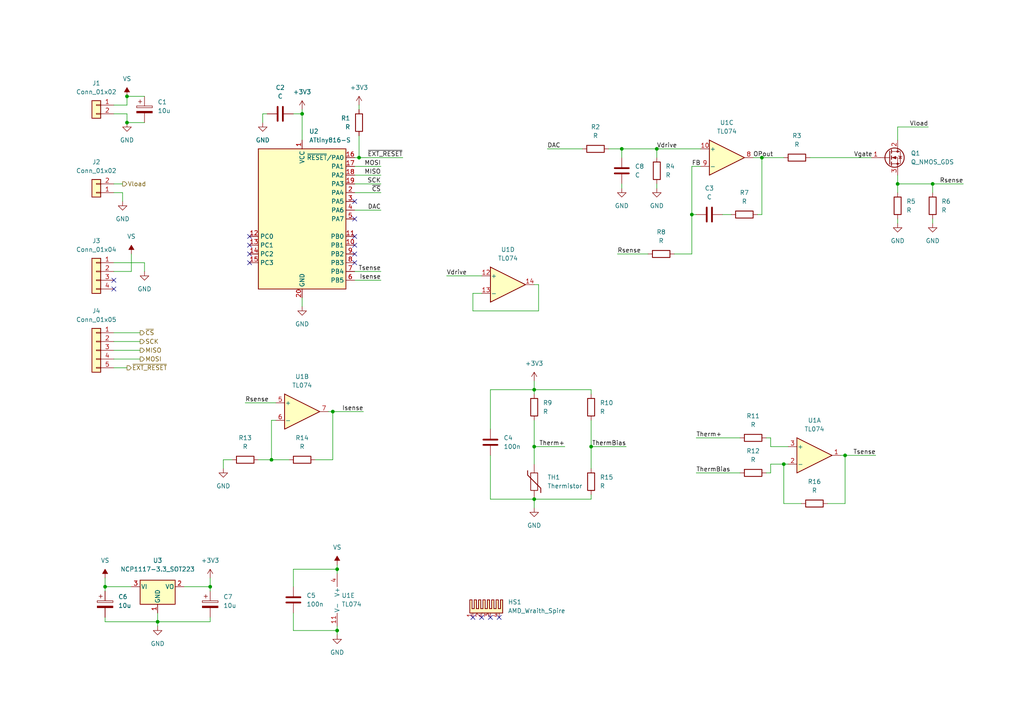
<source format=kicad_sch>
(kicad_sch (version 20211123) (generator eeschema)
  (paper "A4")
  (lib_symbols
    (symbol "AMD_Wraith_Spire:AMD_Wraith_Spire" (pin_names (offset 0))
      (property "Reference" "HS" (at 0 5.715 0))
      (property "Value" "AMD_Wraith_Spire" (at 0 3.81 0))
      (symbol "AMD_Wraith_Spire_0_1"
        (polyline (pts (xy -0.889 0) (xy -1.524 0) (xy -1.524 2.54) (xy -2.159 2.54) (xy -2.159 0) (xy -2.794 0) (xy -2.794 2.54) (xy -3.429 2.54) (xy -3.429 -1.27) (xy 0.381 -1.27)) (stroke (width 0.254)) (fill (type background)))
        (polyline (pts (xy -0.889 0) (xy -0.889 2.54) (xy -0.254 2.54) (xy -0.254 0) (xy 0.381 0) (xy 0.381 2.54) (xy 1.016 2.54) (xy 1.016 0) (xy 1.651 0) (xy 1.651 2.54) (xy 2.286 2.54) (xy 2.286 0) (xy 2.921 0) (xy 2.921 2.54) (xy 3.556 2.54) (xy 3.556 0) (xy 4.191 0) (xy 4.191 2.54) (xy 4.826 2.54) (xy 4.826 0) (xy 5.461 0) (xy 5.461 2.54) (xy 6.096 2.54) (xy 6.096 -1.27) (xy 0.381 -1.27)) (stroke (width 0.254)) (fill (type background)))
      )
      (symbol "AMD_Wraith_Spire_1_1"
        (pin passive line (at -2.54 -2.54 90) (length 1.27) (name "~") (number "1"))
        (pin passive line (at 0 -2.54 90) (length 1.27) (name "~") (number "2"))
        (pin passive line (at 2.54 -2.54 90) (length 1.27) (name "~") (number "3"))
        (pin passive line (at 5.08 -2.54 90) (length 1.27) (name "~") (number "4"))
      )
    )
    (symbol "Amplifier_Operational:TL074" (pin_names (offset 0.127))
      (property "Reference" "U" (at 0 5.08 0))
      (property "Value" "TL074" (at 0 -5.08 0))
      (symbol "TL074_1_1"
        (polyline (pts (xy -5.08 5.08) (xy 5.08 0) (xy -5.08 -5.08) (xy -5.08 5.08)) (stroke (width 0.254)) (fill (type background)))
        (pin output line (at 7.62 0 180) (length 2.54) (name "~") (number "1"))
        (pin input line (at -7.62 -2.54 0) (length 2.54) (name "-") (number "2"))
        (pin input line (at -7.62 2.54 0) (length 2.54) (name "+") (number "3"))
      )
      (symbol "TL074_2_1"
        (polyline (pts (xy -5.08 5.08) (xy 5.08 0) (xy -5.08 -5.08) (xy -5.08 5.08)) (stroke (width 0.254)) (fill (type background)))
        (pin input line (at -7.62 2.54 0) (length 2.54) (name "+") (number "5"))
        (pin input line (at -7.62 -2.54 0) (length 2.54) (name "-") (number "6"))
        (pin output line (at 7.62 0 180) (length 2.54) (name "~") (number "7"))
      )
      (symbol "TL074_3_1"
        (polyline (pts (xy -5.08 5.08) (xy 5.08 0) (xy -5.08 -5.08) (xy -5.08 5.08)) (stroke (width 0.254)) (fill (type background)))
        (pin input line (at -7.62 2.54 0) (length 2.54) (name "+") (number "10"))
        (pin output line (at 7.62 0 180) (length 2.54) (name "~") (number "8"))
        (pin input line (at -7.62 -2.54 0) (length 2.54) (name "-") (number "9"))
      )
      (symbol "TL074_4_1"
        (polyline (pts (xy -5.08 5.08) (xy 5.08 0) (xy -5.08 -5.08) (xy -5.08 5.08)) (stroke (width 0.254)) (fill (type background)))
        (pin input line (at -7.62 2.54 0) (length 2.54) (name "+") (number "12"))
        (pin input line (at -7.62 -2.54 0) (length 2.54) (name "-") (number "13"))
        (pin output line (at 7.62 0 180) (length 2.54) (name "~") (number "14"))
      )
      (symbol "TL074_5_1"
        (pin power_in line (at -2.54 -7.62 90) (length 3.81) (name "V-") (number "11"))
        (pin power_in line (at -2.54 7.62 270) (length 3.81) (name "V+") (number "4"))
      )
    )
    (symbol "Connector_Generic:Conn_01x02" (pin_names (offset 1.016) hide)
      (property "Reference" "J" (at 0 2.54 0))
      (property "Value" "Conn_01x02" (at 0 -5.08 0))
      (symbol "Conn_01x02_1_1"
        (rectangle (start -1.27 -2.413) (end 0 -2.667) (stroke (width 0.1524)))
        (rectangle (start -1.27 0.127) (end 0 -0.127) (stroke (width 0.1524)))
        (rectangle (start -1.27 1.27) (end 1.27 -3.81) (stroke (width 0.254)) (fill (type background)))
        (pin passive line (at -5.08 0 0) (length 3.81) (name "Pin_1") (number "1"))
        (pin passive line (at -5.08 -2.54 0) (length 3.81) (name "Pin_2") (number "2"))
      )
    )
    (symbol "Connector_Generic:Conn_01x04" (pin_names (offset 1.016) hide)
      (property "Reference" "J" (at 0 5.08 0))
      (property "Value" "Conn_01x04" (at 0 -7.62 0))
      (symbol "Conn_01x04_1_1"
        (rectangle (start -1.27 -4.953) (end 0 -5.207) (stroke (width 0.1524)))
        (rectangle (start -1.27 -2.413) (end 0 -2.667) (stroke (width 0.1524)))
        (rectangle (start -1.27 0.127) (end 0 -0.127) (stroke (width 0.1524)))
        (rectangle (start -1.27 2.667) (end 0 2.413) (stroke (width 0.1524)))
        (rectangle (start -1.27 3.81) (end 1.27 -6.35) (stroke (width 0.254)) (fill (type background)))
        (pin passive line (at -5.08 2.54 0) (length 3.81) (name "Pin_1") (number "1"))
        (pin passive line (at -5.08 0 0) (length 3.81) (name "Pin_2") (number "2"))
        (pin passive line (at -5.08 -2.54 0) (length 3.81) (name "Pin_3") (number "3"))
        (pin passive line (at -5.08 -5.08 0) (length 3.81) (name "Pin_4") (number "4"))
      )
    )
    (symbol "Connector_Generic:Conn_01x05" (pin_names (offset 1.016) hide)
      (property "Reference" "J" (at 0 7.62 0))
      (property "Value" "Conn_01x05" (at 0 -7.62 0))
      (symbol "Conn_01x05_1_1"
        (rectangle (start -1.27 -4.953) (end 0 -5.207) (stroke (width 0.1524)))
        (rectangle (start -1.27 -2.413) (end 0 -2.667) (stroke (width 0.1524)))
        (rectangle (start -1.27 0.127) (end 0 -0.127) (stroke (width 0.1524)))
        (rectangle (start -1.27 2.667) (end 0 2.413) (stroke (width 0.1524)))
        (rectangle (start -1.27 5.207) (end 0 4.953) (stroke (width 0.1524)))
        (rectangle (start -1.27 6.35) (end 1.27 -6.35) (stroke (width 0.254)) (fill (type background)))
        (pin passive line (at -5.08 5.08 0) (length 3.81) (name "Pin_1") (number "1"))
        (pin passive line (at -5.08 2.54 0) (length 3.81) (name "Pin_2") (number "2"))
        (pin passive line (at -5.08 0 0) (length 3.81) (name "Pin_3") (number "3"))
        (pin passive line (at -5.08 -2.54 0) (length 3.81) (name "Pin_4") (number "4"))
        (pin passive line (at -5.08 -5.08 0) (length 3.81) (name "Pin_5") (number "5"))
      )
    )
    (symbol "Device:C" (pin_numbers hide) (pin_names (offset 0.254))
      (property "Reference" "C" (at 0.635 2.54 0))
      (property "Value" "C" (at 0.635 -2.54 0))
      (symbol "C_0_1"
        (polyline (pts (xy -2.032 -0.762) (xy 2.032 -0.762)) (stroke (width 0.508)))
        (polyline (pts (xy -2.032 0.762) (xy 2.032 0.762)) (stroke (width 0.508)))
      )
      (symbol "C_1_1"
        (pin passive line (at 0 3.81 270) (length 2.794) (name "~") (number "1"))
        (pin passive line (at 0 -3.81 90) (length 2.794) (name "~") (number "2"))
      )
    )
    (symbol "Device:C_Polarized" (pin_numbers hide) (pin_names (offset 0.254))
      (property "Reference" "C" (at 0.635 2.54 0))
      (property "Value" "C_Polarized" (at 0.635 -2.54 0))
      (symbol "C_Polarized_0_1"
        (rectangle (start -2.286 0.508) (end 2.286 1.016))
        (polyline (pts (xy -1.778 2.286) (xy -0.762 2.286)))
        (polyline (pts (xy -1.27 2.794) (xy -1.27 1.778)))
        (rectangle (start 2.286 -0.508) (end -2.286 -1.016) (fill (type outline)))
      )
      (symbol "C_Polarized_1_1"
        (pin passive line (at 0 3.81 270) (length 2.794) (name "~") (number "1"))
        (pin passive line (at 0 -3.81 90) (length 2.794) (name "~") (number "2"))
      )
    )
    (symbol "Device:Q_NMOS_GDS" (pin_names (offset 0) hide)
      (property "Reference" "Q" (at 5.08 1.27 0))
      (property "Value" "Q_NMOS_GDS" (at 5.08 -1.27 0))
      (symbol "Q_NMOS_GDS_0_1"
        (polyline (pts (xy 0.254 0) (xy -2.54 0)))
        (polyline (pts (xy 0.254 1.905) (xy 0.254 -1.905)) (stroke (width 0.254)))
        (polyline (pts (xy 0.762 -1.27) (xy 0.762 -2.286)) (stroke (width 0.254)))
        (polyline (pts (xy 0.762 0.508) (xy 0.762 -0.508)) (stroke (width 0.254)))
        (polyline (pts (xy 0.762 2.286) (xy 0.762 1.27)) (stroke (width 0.254)))
        (polyline (pts (xy 2.54 2.54) (xy 2.54 1.778)))
        (polyline (pts (xy 2.54 -2.54) (xy 2.54 0) (xy 0.762 0)))
        (polyline (pts (xy 0.762 -1.778) (xy 3.302 -1.778) (xy 3.302 1.778) (xy 0.762 1.778)))
        (polyline (pts (xy 1.016 0) (xy 2.032 0.381) (xy 2.032 -0.381) (xy 1.016 0)) (fill (type outline)))
        (polyline (pts (xy 2.794 0.508) (xy 2.921 0.381) (xy 3.683 0.381) (xy 3.81 0.254)))
        (polyline (pts (xy 3.302 0.381) (xy 2.921 -0.254) (xy 3.683 -0.254) (xy 3.302 0.381)))
        (circle (center 1.651 0) (radius 2.794) (stroke (width 0.254)))
        (circle (center 2.54 -1.778) (radius 0.254) (fill (type outline)))
        (circle (center 2.54 1.778) (radius 0.254) (fill (type outline)))
      )
      (symbol "Q_NMOS_GDS_1_1"
        (pin input line (at -5.08 0 0) (length 2.54) (name "G") (number "1"))
        (pin passive line (at 2.54 5.08 270) (length 2.54) (name "D") (number "2"))
        (pin passive line (at 2.54 -5.08 90) (length 2.54) (name "S") (number "3"))
      )
    )
    (symbol "Device:R" (pin_numbers hide) (pin_names (offset 0))
      (property "Reference" "R" (at 2.032 0 90))
      (property "Value" "R" (at 0 0 90))
      (symbol "R_0_1"
        (rectangle (start -1.016 -2.54) (end 1.016 2.54) (stroke (width 0.254)))
      )
      (symbol "R_1_1"
        (pin passive line (at 0 3.81 270) (length 1.27) (name "~") (number "1"))
        (pin passive line (at 0 -3.81 90) (length 1.27) (name "~") (number "2"))
      )
    )
    (symbol "Device:Thermistor" (pin_numbers hide) (pin_names (offset 0))
      (property "Reference" "TH" (at 2.54 1.27 90))
      (property "Value" "Thermistor" (at -2.54 0 90))
      (symbol "Thermistor_0_1"
        (rectangle (start -1.016 2.54) (end 1.016 -2.54) (stroke (width 0.2032)))
        (polyline (pts (xy -1.905 3.175) (xy -1.905 1.905) (xy 1.905 -1.905) (xy 1.905 -3.175) (xy 1.905 -3.175)) (stroke (width 0.254)))
      )
      (symbol "Thermistor_1_1"
        (pin passive line (at 0 5.08 270) (length 2.54) (name "~") (number "1"))
        (pin passive line (at 0 -5.08 90) (length 2.54) (name "~") (number "2"))
      )
    )
    (symbol "MCU_Microchip_ATtiny:ATtiny816-S"
      (property "Reference" "U" (at -12.7 21.59 0))
      (property "Value" "ATtiny816-S" (at 2.54 -21.59 0))
      (symbol "ATtiny816-S_0_1"
        (rectangle (start -12.7 -20.32) (end 12.7 20.32) (stroke (width 0.254)) (fill (type background)))
      )
      (symbol "ATtiny816-S_1_1"
        (pin power_in line (at 0 22.86 270) (length 2.54) (name "VCC") (number "1"))
        (pin bidirectional line (at 15.24 -7.62 180) (length 2.54) (name "PB1") (number "10"))
        (pin bidirectional line (at 15.24 -5.08 180) (length 2.54) (name "PB0") (number "11"))
        (pin bidirectional line (at -15.24 -5.08 0) (length 2.54) (name "PC0") (number "12"))
        (pin bidirectional line (at -15.24 -7.62 0) (length 2.54) (name "PC1") (number "13"))
        (pin bidirectional line (at -15.24 -10.16 0) (length 2.54) (name "PC2") (number "14"))
        (pin bidirectional line (at -15.24 -12.7 0) (length 2.54) (name "PC3") (number "15"))
        (pin bidirectional line (at 15.24 17.78 180) (length 2.54) (name "~{RESET}/PA0") (number "16"))
        (pin bidirectional line (at 15.24 15.24 180) (length 2.54) (name "PA1") (number "17"))
        (pin bidirectional line (at 15.24 12.7 180) (length 2.54) (name "PA2") (number "18"))
        (pin bidirectional line (at 15.24 10.16 180) (length 2.54) (name "PA3") (number "19"))
        (pin bidirectional line (at 15.24 7.62 180) (length 2.54) (name "PA4") (number "2"))
        (pin power_in line (at 0 -22.86 90) (length 2.54) (name "GND") (number "20"))
        (pin bidirectional line (at 15.24 5.08 180) (length 2.54) (name "PA5") (number "3"))
        (pin bidirectional line (at 15.24 2.54 180) (length 2.54) (name "PA6") (number "4"))
        (pin bidirectional line (at 15.24 0 180) (length 2.54) (name "PA7") (number "5"))
        (pin bidirectional line (at 15.24 -17.78 180) (length 2.54) (name "PB5") (number "6"))
        (pin bidirectional line (at 15.24 -15.24 180) (length 2.54) (name "PB4") (number "7"))
        (pin bidirectional line (at 15.24 -12.7 180) (length 2.54) (name "PB3") (number "8"))
        (pin bidirectional line (at 15.24 -10.16 180) (length 2.54) (name "PB2") (number "9"))
      )
    )
    (symbol "Regulator_Linear:NCP1117-3.3_SOT223" (pin_names (offset 0.254))
      (property "Reference" "U" (at -3.81 3.175 0))
      (property "Value" "NCP1117-3.3_SOT223" (at 0 3.175 0))
      (symbol "NCP1117-3.3_SOT223_0_1"
        (rectangle (start -5.08 -5.08) (end 5.08 1.905) (stroke (width 0.254)) (fill (type background)))
      )
      (symbol "NCP1117-3.3_SOT223_1_1"
        (pin power_in line (at 0 -7.62 90) (length 2.54) (name "GND") (number "1"))
        (pin power_out line (at 7.62 0 180) (length 2.54) (name "VO") (number "2"))
        (pin power_in line (at -7.62 0 0) (length 2.54) (name "VI") (number "3"))
      )
    )
    (symbol "power:+3V3" (power) (pin_names (offset 0))
      (property "Value" "+3V3" (at 0 3.556 0))
      (symbol "+3V3_0_1"
        (polyline (pts (xy -0.762 1.27) (xy 0 2.54)))
        (polyline (pts (xy 0 0) (xy 0 2.54)))
        (polyline (pts (xy 0 2.54) (xy 0.762 1.27)))
      )
      (symbol "+3V3_1_1"
        (pin power_in line (at 0 0 90) (length 0) hide (name "+3V3") (number "1"))
      )
    )
    (symbol "power:GND" (power) (pin_names (offset 0))
      (property "Value" "GND" (at 0 -3.81 0))
      (symbol "GND_0_1"
        (polyline (pts (xy 0 0) (xy 0 -1.27) (xy 1.27 -1.27) (xy 0 -2.54) (xy -1.27 -1.27) (xy 0 -1.27)))
      )
      (symbol "GND_1_1"
        (pin power_in line (at 0 0 270) (length 0) hide (name "GND") (number "1"))
      )
    )
    (symbol "power:VS" (power) (pin_names (offset 0))
      (property "Value" "VS" (at 0 3.81 0))
      (symbol "VS_0_1"
        (polyline (pts (xy 0 0) (xy 0 2.54)))
        (polyline (pts (xy 0.762 1.27) (xy -0.762 1.27) (xy 0 2.54) (xy 0.762 1.27)) (fill (type outline)))
      )
      (symbol "VS_1_1"
        (pin power_in line (at 0 0 90) (length 0) hide (name "VS") (number "1"))
      )
    )
  )
  (junction (at 36.83 35.56))
  (junction (at 104.14 45.72))
  (junction (at 45.72 180.34))
  (junction (at 190.5 43.18))
  (junction (at 270.51 53.34))
  (junction (at 36.83 27.94))
  (junction (at 180.34 43.18))
  (junction (at 154.94 113.03))
  (junction (at 154.94 129.54))
  (junction (at 97.79 165.1))
  (junction (at 245.11 132.08))
  (junction (at 97.79 182.88))
  (junction (at 96.52 119.38))
  (junction (at 154.94 144.78))
  (junction (at 87.63 33.02))
  (junction (at 220.98 45.72))
  (junction (at 171.45 129.54))
  (junction (at 60.96 170.18))
  (junction (at 260.35 53.34))
  (junction (at 78.74 133.35))
  (junction (at 227.33 134.62))
  (junction (at 200.66 62.23))
  (junction (at 30.48 170.18))
  (no_connect (at 33.02 81.28))
  (no_connect (at 33.02 83.82))
  (no_connect (at 102.87 76.2))
  (no_connect (at 102.87 73.66))
  (no_connect (at 102.87 68.58))
  (no_connect (at 102.87 71.12))
  (no_connect (at 102.87 63.5))
  (no_connect (at 72.39 71.12))
  (no_connect (at 72.39 76.2))
  (no_connect (at 72.39 73.66))
  (no_connect (at 72.39 68.58))
  (no_connect (at 102.87 58.42))
  (no_connect (at 144.78 179.07))
  (no_connect (at 142.24 179.07))
  (no_connect (at 139.7 179.07))
  (no_connect (at 137.16 179.07))
  (wire (pts (xy 260.35 63.5) (xy 260.35 64.77)))
  (wire (pts (xy 36.83 27.94) (xy 41.91 27.94)))
  (wire (pts (xy 154.94 129.54) (xy 163.83 129.54)))
  (wire (pts (xy 30.48 180.34) (xy 45.72 180.34)))
  (wire (pts (xy 245.11 146.05) (xy 245.11 132.08)))
  (wire (pts (xy 260.35 53.34) (xy 270.51 53.34)))
  (wire (pts (xy 104.14 45.72) (xy 102.87 45.72)))
  (wire (pts (xy 96.52 119.38) (xy 95.25 119.38)))
  (wire (pts (xy 97.79 165.1) (xy 97.79 166.37)))
  (wire (pts (xy 223.52 129.54) (xy 228.6 129.54)))
  (wire (pts (xy 97.79 182.88) (xy 97.79 184.15)))
  (wire (pts (xy 45.72 177.8) (xy 45.72 180.34)))
  (wire (pts (xy 260.35 36.83) (xy 269.24 36.83)))
  (wire (pts (xy 219.71 62.23) (xy 220.98 62.23)))
  (wire (pts (xy 220.98 62.23) (xy 220.98 45.72)))
  (wire (pts (xy 270.51 55.88) (xy 270.51 53.34)))
  (wire (pts (xy 74.93 133.35) (xy 78.74 133.35)))
  (wire (pts (xy 87.63 31.75) (xy 87.63 33.02)))
  (wire (pts (xy 110.49 81.28) (xy 102.87 81.28)))
  (wire (pts (xy 85.09 170.18) (xy 85.09 165.1)))
  (wire (pts (xy 110.49 60.96) (xy 102.87 60.96)))
  (wire (pts (xy 218.44 45.72) (xy 220.98 45.72)))
  (wire (pts (xy 240.03 146.05) (xy 245.11 146.05)))
  (wire (pts (xy 142.24 132.08) (xy 142.24 144.78)))
  (wire (pts (xy 85.09 165.1) (xy 97.79 165.1)))
  (wire (pts (xy 227.33 146.05) (xy 227.33 134.62)))
  (wire (pts (xy 76.2 33.02) (xy 76.2 35.56)))
  (wire (pts (xy 142.24 144.78) (xy 154.94 144.78)))
  (wire (pts (xy 110.49 50.8) (xy 102.87 50.8)))
  (wire (pts (xy 33.02 106.68) (xy 36.83 106.68)))
  (wire (pts (xy 40.64 101.6) (xy 33.02 101.6)))
  (wire (pts (xy 260.35 50.8) (xy 260.35 53.34)))
  (wire (pts (xy 38.1 78.74) (xy 38.1 73.66)))
  (wire (pts (xy 36.83 30.48) (xy 36.83 27.94)))
  (wire (pts (xy 64.77 135.89) (xy 64.77 133.35)))
  (wire (pts (xy 245.11 132.08) (xy 243.84 132.08)))
  (wire (pts (xy 260.35 53.34) (xy 260.35 55.88)))
  (wire (pts (xy 41.91 76.2) (xy 33.02 76.2)))
  (wire (pts (xy 60.96 171.45) (xy 60.96 170.18)))
  (wire (pts (xy 60.96 167.64) (xy 60.96 170.18)))
  (wire (pts (xy 78.74 133.35) (xy 83.82 133.35)))
  (wire (pts (xy 223.52 134.62) (xy 227.33 134.62)))
  (wire (pts (xy 171.45 121.92) (xy 171.45 129.54)))
  (wire (pts (xy 41.91 78.74) (xy 41.91 76.2)))
  (wire (pts (xy 137.16 85.09) (xy 139.7 85.09)))
  (wire (pts (xy 71.12 116.84) (xy 80.01 116.84)))
  (wire (pts (xy 60.96 170.18) (xy 53.34 170.18)))
  (wire (pts (xy 158.75 43.18) (xy 168.91 43.18)))
  (wire (pts (xy 110.49 55.88) (xy 102.87 55.88)))
  (wire (pts (xy 171.45 114.3) (xy 171.45 113.03)))
  (wire (pts (xy 200.66 73.66) (xy 200.66 62.23)))
  (wire (pts (xy 40.64 104.14) (xy 33.02 104.14)))
  (wire (pts (xy 270.51 53.34) (xy 279.4 53.34)))
  (wire (pts (xy 200.66 48.26) (xy 203.2 48.26)))
  (wire (pts (xy 33.02 96.52) (xy 40.64 96.52)))
  (wire (pts (xy 232.41 146.05) (xy 227.33 146.05)))
  (wire (pts (xy 201.93 62.23) (xy 200.66 62.23)))
  (wire (pts (xy 97.79 182.88) (xy 85.09 182.88)))
  (wire (pts (xy 154.94 110.49) (xy 154.94 113.03)))
  (wire (pts (xy 78.74 121.92) (xy 78.74 133.35)))
  (wire (pts (xy 60.96 180.34) (xy 45.72 180.34)))
  (wire (pts (xy 110.49 78.74) (xy 102.87 78.74)))
  (wire (pts (xy 154.94 121.92) (xy 154.94 129.54)))
  (wire (pts (xy 80.01 121.92) (xy 78.74 121.92)))
  (wire (pts (xy 154.94 144.78) (xy 171.45 144.78)))
  (wire (pts (xy 156.21 90.17) (xy 137.16 90.17)))
  (wire (pts (xy 87.63 88.9) (xy 87.63 86.36)))
  (wire (pts (xy 245.11 132.08) (xy 254 132.08)))
  (wire (pts (xy 190.5 43.18) (xy 203.2 43.18)))
  (wire (pts (xy 190.5 43.18) (xy 190.5 45.72)))
  (wire (pts (xy 154.94 144.78) (xy 154.94 147.32)))
  (wire (pts (xy 35.56 55.88) (xy 35.56 58.42)))
  (wire (pts (xy 45.72 180.34) (xy 45.72 181.61)))
  (wire (pts (xy 220.98 45.72) (xy 227.33 45.72)))
  (wire (pts (xy 260.35 40.64) (xy 260.35 36.83)))
  (wire (pts (xy 222.25 127) (xy 223.52 127)))
  (wire (pts (xy 195.58 73.66) (xy 200.66 73.66)))
  (wire (pts (xy 33.02 33.02) (xy 36.83 33.02)))
  (wire (pts (xy 180.34 43.18) (xy 190.5 43.18)))
  (wire (pts (xy 60.96 179.07) (xy 60.96 180.34)))
  (wire (pts (xy 223.52 137.16) (xy 223.52 134.62)))
  (wire (pts (xy 30.48 170.18) (xy 38.1 170.18)))
  (wire (pts (xy 154.94 113.03) (xy 142.24 113.03)))
  (wire (pts (xy 176.53 43.18) (xy 180.34 43.18)))
  (wire (pts (xy 104.14 30.48) (xy 104.14 31.75)))
  (wire (pts (xy 97.79 181.61) (xy 97.79 182.88)))
  (wire (pts (xy 33.02 53.34) (xy 35.56 53.34)))
  (wire (pts (xy 201.93 137.16) (xy 214.63 137.16)))
  (wire (pts (xy 171.45 144.78) (xy 171.45 143.51)))
  (wire (pts (xy 129.54 80.01) (xy 139.7 80.01)))
  (wire (pts (xy 64.77 133.35) (xy 67.31 133.35)))
  (wire (pts (xy 154.94 129.54) (xy 154.94 134.62)))
  (wire (pts (xy 30.48 170.18) (xy 30.48 171.45)))
  (wire (pts (xy 36.83 33.02) (xy 36.83 35.56)))
  (wire (pts (xy 156.21 82.55) (xy 156.21 90.17)))
  (wire (pts (xy 137.16 90.17) (xy 137.16 85.09)))
  (wire (pts (xy 33.02 30.48) (xy 36.83 30.48)))
  (wire (pts (xy 223.52 127) (xy 223.52 129.54)))
  (wire (pts (xy 97.79 165.1) (xy 97.79 163.83)))
  (wire (pts (xy 96.52 133.35) (xy 96.52 119.38)))
  (wire (pts (xy 171.45 113.03) (xy 154.94 113.03)))
  (wire (pts (xy 87.63 33.02) (xy 87.63 40.64)))
  (wire (pts (xy 85.09 33.02) (xy 87.63 33.02)))
  (wire (pts (xy 270.51 63.5) (xy 270.51 64.77)))
  (wire (pts (xy 222.25 137.16) (xy 223.52 137.16)))
  (wire (pts (xy 209.55 62.23) (xy 212.09 62.23)))
  (wire (pts (xy 110.49 53.34) (xy 102.87 53.34)))
  (wire (pts (xy 85.09 182.88) (xy 85.09 177.8)))
  (wire (pts (xy 104.14 39.37) (xy 104.14 45.72)))
  (wire (pts (xy 33.02 78.74) (xy 38.1 78.74)))
  (wire (pts (xy 180.34 53.34) (xy 180.34 54.61)))
  (wire (pts (xy 234.95 45.72) (xy 252.73 45.72)))
  (wire (pts (xy 33.02 55.88) (xy 35.56 55.88)))
  (wire (pts (xy 30.48 180.34) (xy 30.48 179.07)))
  (wire (pts (xy 200.66 62.23) (xy 200.66 48.26)))
  (wire (pts (xy 187.96 73.66) (xy 179.07 73.66)))
  (wire (pts (xy 201.93 127) (xy 214.63 127)))
  (wire (pts (xy 96.52 119.38) (xy 105.41 119.38)))
  (wire (pts (xy 181.61 129.54) (xy 171.45 129.54)))
  (wire (pts (xy 76.2 33.02) (xy 77.47 33.02)))
  (wire (pts (xy 227.33 134.62) (xy 228.6 134.62)))
  (wire (pts (xy 116.84 45.72) (xy 104.14 45.72)))
  (wire (pts (xy 110.49 48.26) (xy 102.87 48.26)))
  (wire (pts (xy 142.24 113.03) (xy 142.24 124.46)))
  (wire (pts (xy 33.02 99.06) (xy 40.64 99.06)))
  (wire (pts (xy 91.44 133.35) (xy 96.52 133.35)))
  (wire (pts (xy 190.5 53.34) (xy 190.5 54.61)))
  (wire (pts (xy 36.83 35.56) (xy 41.91 35.56)))
  (wire (pts (xy 30.48 167.64) (xy 30.48 170.18)))
  (wire (pts (xy 154.94 113.03) (xy 154.94 114.3)))
  (wire (pts (xy 171.45 129.54) (xy 171.45 135.89)))
  (wire (pts (xy 180.34 43.18) (xy 180.34 45.72)))
  (wire (pts (xy 154.94 82.55) (xy 156.21 82.55)))
  (label "MISO" (at 110.49 50.8 180))
  (label "ThermBias" (at 181.61 129.54 180))
  (label "Therm+" (at 201.93 127 0))
  (label "Therm+" (at 163.83 129.54 180))
  (label "Isense" (at 105.41 119.38 180))
  (label "Rsense" (at 71.12 116.84 0))
  (label "DAC" (at 158.75 43.18 0))
  (label "OPout" (at 218.44 45.72 0))
  (label "~{CS}" (at 110.49 55.88 180))
  (label "DAC" (at 110.49 60.96 180))
  (label "Vgate" (at 247.65 45.72 0))
  (label "Rsense" (at 279.4 53.34 180))
  (label "FB" (at 200.66 48.26 0))
  (label "SCK" (at 110.49 53.34 180))
  (label "Vload" (at 269.24 36.83 180))
  (label "Tsense" (at 254 132.08 180))
  (label "Tsense" (at 110.49 78.74 180))
  (label "Isense" (at 110.49 81.28 180))
  (label "Vdrive" (at 129.54 80.01 0))
  (label "MOSI" (at 110.49 48.26 180))
  (label "~{EXT_RESET}" (at 116.84 45.72 180))
  (label "Rsense" (at 179.07 73.66 0))
  (label "Vdrive" (at 190.5 43.18 0))
  (label "ThermBias" (at 201.93 137.16 0))
  (hierarchical_label "MOSI" (shape output) (at 40.64 104.14 0))
  (hierarchical_label "MISO" (shape output) (at 40.64 101.6 0))
  (hierarchical_label "~{CS}" (shape output) (at 40.64 96.52 0))
  (hierarchical_label "~{EXT_RESET}" (shape output) (at 36.83 106.68 0))
  (hierarchical_label "SCK" (shape output) (at 40.64 99.06 0))
  (hierarchical_label "Vload" (shape output) (at 35.56 53.34 0))
  (symbol (lib_id "Amplifier_Operational:TL074") (at 87.63 119.38 0) (unit 2)
    (property "Reference" "U1" (at 87.63 109.22 0))
    (property "Value" "TL074" (at 87.63 111.76 0))
    (property "Footprint" "Package_SO:SOIC-14_3.9x8.7mm_P1.27mm" (effects hide))
    (property "Datasheet" "http://www.ti.com/lit/ds/symlink/tl071.pdf" (effects hide))
  )
  (symbol (lib_id "Device:R") (at 171.45 118.11 0) (unit 1)
    (property "Reference" "R10" (at 173.99 116.8399 0) (effects (justify left)))
    (property "Value" "R" (at 173.99 119.3799 0) (effects (justify left)))
    (property "Footprint" "Resistor_SMD:R_0805_2012Metric_Pad1.20x1.40mm_HandSolder" (effects hide))
  )
  (symbol (lib_id "power:GND") (at 76.2 35.56 0) (unit 1)
    (property "Reference" "#PWR05" (effects hide))
    (property "Value" "GND" (at 76.2 40.64 0))
  )
  (symbol (lib_id "power:VS") (at 97.79 163.83 0) (unit 1)
    (property "Reference" "#PWR016" (effects hide))
    (property "Value" "VS" (at 97.79 158.75 0))
  )
  (symbol (lib_id "Device:R") (at 87.63 133.35 90) (unit 1)
    (property "Reference" "R14" (at 87.63 127 90))
    (property "Value" "R" (at 87.63 129.54 90))
    (property "Footprint" "Resistor_SMD:R_0805_2012Metric_Pad1.20x1.40mm_HandSolder" (effects hide))
  )
  (symbol (lib_id "Connector_Generic:Conn_01x05") (at 27.94 101.6 0) (mirror y) (unit 1)
    (property "Reference" "J4" (at 27.94 90.17 0))
    (property "Value" "Conn_01x05" (at 27.94 92.71 0))
    (property "Footprint" "Connector_PinHeader_2.54mm:PinHeader_1x05_P2.54mm_Horizontal" (effects hide))
  )
  (symbol (lib_id "Connector_Generic:Conn_01x02") (at 27.94 30.48 0) (mirror y) (unit 1)
    (property "Reference" "J1" (at 27.94 24.13 0))
    (property "Value" "Conn_01x02" (at 27.94 26.67 0))
    (property "Footprint" "Connector_PinSocket_2.54mm:PinSocket_1x02_P2.54mm_Vertical" (effects hide))
  )
  (symbol (lib_id "Device:R") (at 71.12 133.35 90) (unit 1)
    (property "Reference" "R13" (at 71.12 127 90))
    (property "Value" "R" (at 71.12 129.54 90))
    (property "Footprint" "Resistor_SMD:R_0805_2012Metric_Pad1.20x1.40mm_HandSolder" (effects hide))
  )
  (symbol (lib_id "Device:C_Polarized") (at 30.48 175.26 0) (unit 1)
    (property "Reference" "C6" (at 34.29 173.1009 0) (effects (justify left)))
    (property "Value" "10u" (at 34.29 175.6409 0) (effects (justify left)))
    (property "Footprint" "Capacitor_Tantalum_SMD:CP_EIA-3216-10_Kemet-I_Pad1.58x1.35mm_HandSolder" (effects hide))
  )
  (symbol (lib_id "Device:R") (at 215.9 62.23 90) (unit 1)
    (property "Reference" "R7" (at 215.9 55.88 90))
    (property "Value" "R" (at 215.9 58.42 90))
    (property "Footprint" "Resistor_SMD:R_0805_2012Metric_Pad1.20x1.40mm_HandSolder" (effects hide))
  )
  (symbol (lib_id "power:GND") (at 190.5 54.61 0) (unit 1)
    (property "Reference" "#PWR06" (effects hide))
    (property "Value" "GND" (at 190.5 59.69 0))
  )
  (symbol (lib_id "Device:Thermistor") (at 154.94 139.7 180) (unit 1)
    (property "Reference" "TH1" (at 158.75 138.4299 0) (effects (justify right)))
    (property "Value" "Thermistor" (at 158.75 140.9699 0) (effects (justify right)))
    (property "Footprint" "Connector_PinHeader_2.54mm:PinHeader_1x02_P2.54mm_Horizontal" (effects hide))
  )
  (symbol (lib_id "power:+3V3") (at 87.63 31.75 0) (unit 1)
    (property "Reference" "#PWR03" (effects hide))
    (property "Value" "+3V3" (at 87.63 26.67 0))
  )
  (symbol (lib_id "MCU_Microchip_ATtiny:ATtiny816-S") (at 87.63 63.5 0) (unit 1)
    (property "Reference" "U2" (at 89.6494 38.1 0) (effects (justify left)))
    (property "Value" "ATtiny816-S" (at 89.6494 40.64 0) (effects (justify left)))
    (property "Footprint" "Package_SO:SOIC-20W_7.5x12.8mm_P1.27mm" (effects hide))
    (property "Datasheet" "http://ww1.microchip.com/downloads/en/DeviceDoc/40001913A.pdf" (effects hide))
  )
  (symbol (lib_id "Device:C_Polarized") (at 60.96 175.26 0) (unit 1)
    (property "Reference" "C7" (at 64.77 173.1009 0) (effects (justify left)))
    (property "Value" "10u" (at 64.77 175.6409 0) (effects (justify left)))
    (property "Footprint" "Capacitor_Tantalum_SMD:CP_EIA-3216-10_Kemet-I_Pad1.58x1.35mm_HandSolder" (effects hide))
  )
  (symbol (lib_id "power:GND") (at 260.35 64.77 0) (unit 1)
    (property "Reference" "#PWR08" (effects hide))
    (property "Value" "GND" (at 260.35 69.85 0))
  )
  (symbol (lib_id "power:GND") (at 97.79 184.15 0) (unit 1)
    (property "Reference" "#PWR020" (effects hide))
    (property "Value" "GND" (at 97.79 189.23 0))
  )
  (symbol (lib_id "Device:R") (at 270.51 59.69 0) (unit 1)
    (property "Reference" "R6" (at 273.05 58.4199 0) (effects (justify left)))
    (property "Value" "R" (at 273.05 60.9599 0) (effects (justify left)))
    (property "Footprint" "Resistor_SMD:R_2512_6332Metric_Pad1.40x3.35mm_HandSolder" (effects hide))
  )
  (symbol (lib_id "Device:C_Polarized") (at 41.91 31.75 0) (unit 1)
    (property "Reference" "C1" (at 45.72 29.5909 0) (effects (justify left)))
    (property "Value" "10u" (at 45.72 32.1309 0) (effects (justify left)))
    (property "Footprint" "Capacitor_Tantalum_SMD:CP_EIA-3216-10_Kemet-I_Pad1.58x1.35mm_HandSolder" (effects hide))
  )
  (symbol (lib_id "Regulator_Linear:NCP1117-3.3_SOT223") (at 45.72 170.18 0) (unit 1)
    (property "Reference" "U3" (at 45.72 162.56 0))
    (property "Value" "NCP1117-3.3_SOT223" (at 45.72 165.1 0))
    (property "Footprint" "Package_TO_SOT_SMD:SOT-223-3_TabPin2" (effects hide))
    (property "Datasheet" "http://www.onsemi.com/pub_link/Collateral/NCP1117-D.PDF" (effects hide))
  )
  (symbol (lib_id "Connector_Generic:Conn_01x04") (at 27.94 78.74 0) (mirror y) (unit 1)
    (property "Reference" "J3" (at 27.94 69.85 0))
    (property "Value" "Conn_01x04" (at 27.94 72.39 0))
    (property "Footprint" "Connector_PinSocket_2.54mm:PinSocket_1x04_P2.54mm_Vertical" (effects hide))
  )
  (symbol (lib_id "power:GND") (at 154.94 147.32 0) (unit 1)
    (property "Reference" "#PWR015" (effects hide))
    (property "Value" "GND" (at 154.94 152.4 0))
  )
  (symbol (lib_id "Device:C") (at 180.34 49.53 180) (unit 1)
    (property "Reference" "C8" (at 184.15 48.2599 0) (effects (justify right)))
    (property "Value" "C" (at 184.15 50.7999 0) (effects (justify right)))
    (property "Footprint" "Capacitor_SMD:C_0805_2012Metric_Pad1.18x1.45mm_HandSolder" (effects hide))
  )
  (symbol (lib_id "power:GND") (at 35.56 58.42 0) (unit 1)
    (property "Reference" "#PWR07" (effects hide))
    (property "Value" "GND" (at 35.56 63.5 0))
  )
  (symbol (lib_id "power:GND") (at 64.77 135.89 0) (unit 1)
    (property "Reference" "#PWR014" (effects hide))
    (property "Value" "GND" (at 64.77 140.97 0))
  )
  (symbol (lib_id "power:VS") (at 30.48 167.64 0) (unit 1)
    (property "Reference" "#PWR017" (effects hide))
    (property "Value" "VS" (at 30.48 162.56 0))
  )
  (symbol (lib_id "Device:R") (at 104.14 35.56 0) (mirror y) (unit 1)
    (property "Reference" "R1" (at 101.6 34.2899 0) (effects (justify left)))
    (property "Value" "R" (at 101.6 36.8299 0) (effects (justify left)))
    (property "Footprint" "Resistor_SMD:R_0805_2012Metric_Pad1.20x1.40mm_HandSolder" (effects hide))
  )
  (symbol (lib_id "Device:R") (at 260.35 59.69 0) (unit 1)
    (property "Reference" "R5" (at 262.89 58.4199 0) (effects (justify left)))
    (property "Value" "R" (at 262.89 60.9599 0) (effects (justify left)))
    (property "Footprint" "Resistor_SMD:R_2512_6332Metric_Pad1.40x3.35mm_HandSolder" (effects hide))
  )
  (symbol (lib_id "Device:Q_NMOS_GDS") (at 257.81 45.72 0) (unit 1)
    (property "Reference" "Q1" (at 264.16 44.4499 0) (effects (justify left)))
    (property "Value" "Q_NMOS_GDS" (at 264.16 46.9899 0) (effects (justify left)))
    (property "Footprint" "Package_TO_SOT_SMD:TO-268-2" (effects hide))
  )
  (symbol (lib_id "Amplifier_Operational:TL074") (at 100.33 173.99 0) (unit 5)
    (property "Reference" "U1" (at 99.06 172.7199 0) (effects (justify left)))
    (property "Value" "TL074" (at 99.06 175.2599 0) (effects (justify left)))
    (property "Footprint" "Package_SO:SOIC-14_3.9x8.7mm_P1.27mm" (effects hide))
    (property "Datasheet" "http://www.ti.com/lit/ds/symlink/tl071.pdf" (effects hide))
  )
  (symbol (lib_id "Device:R") (at 172.72 43.18 90) (unit 1)
    (property "Reference" "R2" (at 172.72 36.83 90))
    (property "Value" "R" (at 172.72 39.37 90))
    (property "Footprint" "Resistor_SMD:R_0805_2012Metric_Pad1.20x1.40mm_HandSolder" (effects hide))
  )
  (symbol (lib_id "Device:R") (at 218.44 137.16 90) (unit 1)
    (property "Reference" "R12" (at 218.44 130.81 90))
    (property "Value" "R" (at 218.44 133.35 90))
    (property "Footprint" "Resistor_SMD:R_0805_2012Metric_Pad1.20x1.40mm_HandSolder" (effects hide))
  )
  (symbol (lib_id "power:+3V3") (at 60.96 167.64 0) (unit 1)
    (property "Reference" "#PWR018" (effects hide))
    (property "Value" "+3V3" (at 60.96 162.56 0))
  )
  (symbol (lib_id "power:GND") (at 270.51 64.77 0) (unit 1)
    (property "Reference" "#PWR09" (effects hide))
    (property "Value" "GND" (at 270.51 69.85 0))
  )
  (symbol (lib_id "power:GND") (at 87.63 88.9 0) (unit 1)
    (property "Reference" "#PWR012" (effects hide))
    (property "Value" "GND" (at 87.63 93.98 0))
  )
  (symbol (lib_id "power:VS") (at 36.83 27.94 0) (unit 1)
    (property "Reference" "#PWR01" (effects hide))
    (property "Value" "VS" (at 36.83 22.86 0))
  )
  (symbol (lib_id "power:GND") (at 41.91 78.74 0) (unit 1)
    (property "Reference" "#PWR011" (effects hide))
    (property "Value" "GND" (at 41.91 83.82 0))
  )
  (symbol (lib_id "Device:C") (at 142.24 128.27 180) (unit 1)
    (property "Reference" "C4" (at 146.05 126.9999 0) (effects (justify right)))
    (property "Value" "100n" (at 146.05 129.5399 0) (effects (justify right)))
    (property "Footprint" "Capacitor_SMD:C_0805_2012Metric_Pad1.18x1.45mm_HandSolder" (effects hide))
  )
  (symbol (lib_id "Device:R") (at 231.14 45.72 90) (unit 1)
    (property "Reference" "R3" (at 231.14 39.37 90))
    (property "Value" "R" (at 231.14 41.91 90))
    (property "Footprint" "Resistor_SMD:R_0805_2012Metric_Pad1.20x1.40mm_HandSolder" (effects hide))
  )
  (symbol (lib_id "Device:C") (at 81.28 33.02 90) (unit 1)
    (property "Reference" "C2" (at 81.28 25.4 90))
    (property "Value" "C" (at 81.28 27.94 90))
    (property "Footprint" "Capacitor_SMD:C_0805_2012Metric_Pad1.18x1.45mm_HandSolder" (effects hide))
  )
  (symbol (lib_id "power:VS") (at 38.1 73.66 0) (unit 1)
    (property "Reference" "#PWR010" (effects hide))
    (property "Value" "VS" (at 38.1 68.58 0))
  )
  (symbol (lib_id "Connector_Generic:Conn_01x02") (at 27.94 55.88 180) (unit 1)
    (property "Reference" "J2" (at 27.94 46.99 0))
    (property "Value" "Conn_01x02" (at 27.94 49.53 0))
    (property "Footprint" "Connector_Wire:SolderWire-1sqmm_1x02_P5.4mm_D1.4mm_OD2.7mm_Relief" (effects hide))
  )
  (symbol (lib_id "Amplifier_Operational:TL074") (at 147.32 82.55 0) (unit 4)
    (property "Reference" "U1" (at 147.32 72.39 0))
    (property "Value" "TL074" (at 147.32 74.93 0))
    (property "Footprint" "Package_SO:SOIC-14_3.9x8.7mm_P1.27mm" (effects hide))
    (property "Datasheet" "http://www.ti.com/lit/ds/symlink/tl071.pdf" (effects hide))
  )
  (symbol (lib_id "Device:R") (at 190.5 49.53 0) (unit 1)
    (property "Reference" "R4" (at 193.04 48.2599 0) (effects (justify left)))
    (property "Value" "R" (at 193.04 50.7999 0) (effects (justify left)))
    (property "Footprint" "Resistor_SMD:R_0805_2012Metric_Pad1.20x1.40mm_HandSolder" (effects hide))
  )
  (symbol (lib_id "power:GND") (at 36.83 35.56 0) (unit 1)
    (property "Reference" "#PWR04" (effects hide))
    (property "Value" "GND" (at 36.83 40.64 0))
  )
  (symbol (lib_id "Device:R") (at 191.77 73.66 270) (unit 1)
    (property "Reference" "R8" (at 191.77 67.31 90))
    (property "Value" "R" (at 191.77 69.85 90))
    (property "Footprint" "Resistor_SMD:R_0805_2012Metric_Pad1.20x1.40mm_HandSolder" (effects hide))
  )
  (symbol (lib_id "Device:R") (at 218.44 127 90) (unit 1)
    (property "Reference" "R11" (at 218.44 120.65 90))
    (property "Value" "R" (at 218.44 123.19 90))
    (property "Footprint" "Resistor_SMD:R_0805_2012Metric_Pad1.20x1.40mm_HandSolder" (effects hide))
  )
  (symbol (lib_id "power:+3V3") (at 154.94 110.49 0) (unit 1)
    (property "Reference" "#PWR013" (effects hide))
    (property "Value" "+3V3" (at 154.94 105.41 0))
  )
  (symbol (lib_id "Amplifier_Operational:TL074") (at 210.82 45.72 0) (unit 3)
    (property "Reference" "U1" (at 210.82 35.56 0))
    (property "Value" "TL074" (at 210.82 38.1 0))
    (property "Footprint" "Package_SO:SOIC-14_3.9x8.7mm_P1.27mm" (effects hide))
    (property "Datasheet" "http://www.ti.com/lit/ds/symlink/tl071.pdf" (effects hide))
  )
  (symbol (lib_id "Amplifier_Operational:TL074") (at 236.22 132.08 0) (unit 1)
    (property "Reference" "U1" (at 236.22 121.92 0))
    (property "Value" "TL074" (at 236.22 124.46 0))
    (property "Footprint" "Package_SO:SOIC-14_3.9x8.7mm_P1.27mm" (effects hide))
    (property "Datasheet" "http://www.ti.com/lit/ds/symlink/tl071.pdf" (effects hide))
  )
  (symbol (lib_id "power:GND") (at 180.34 54.61 0) (unit 1)
    (property "Reference" "#PWR021" (effects hide))
    (property "Value" "GND" (at 180.34 59.69 0))
  )
  (symbol (lib_id "power:GND") (at 45.72 181.61 0) (unit 1)
    (property "Reference" "#PWR019" (effects hide))
    (property "Value" "GND" (at 45.72 186.69 0))
  )
  (symbol (lib_id "Device:C") (at 205.74 62.23 90) (unit 1)
    (property "Reference" "C3" (at 205.74 54.61 90))
    (property "Value" "C" (at 205.74 57.15 90))
    (property "Footprint" "Capacitor_SMD:C_0805_2012Metric_Pad1.18x1.45mm_HandSolder" (effects hide))
  )
  (symbol (lib_id "Device:C") (at 85.09 173.99 180) (unit 1)
    (property "Reference" "C5" (at 88.9 172.7199 0) (effects (justify right)))
    (property "Value" "100n" (at 88.9 175.2599 0) (effects (justify right)))
    (property "Footprint" "Capacitor_SMD:C_0805_2012Metric_Pad1.18x1.45mm_HandSolder" (effects hide))
  )
  (symbol (lib_id "Device:R") (at 236.22 146.05 90) (unit 1)
    (property "Reference" "R16" (at 236.22 139.7 90))
    (property "Value" "R" (at 236.22 142.24 90))
    (property "Footprint" "Resistor_SMD:R_0805_2012Metric_Pad1.20x1.40mm_HandSolder" (effects hide))
  )
  (symbol (lib_id "AMD_Wraith_Spire:AMD_Wraith_Spire") (at 139.7 176.53 0) (unit 1)
    (property "Reference" "HS1" (at 147.32 174.6249 0) (effects (justify left)))
    (property "Value" "AMD_Wraith_Spire" (at 147.32 177.1649 0) (effects (justify left)))
    (property "Footprint" "AMD_Wraith_Spire:AMD_Wraith_Spire" (effects hide))
  )
  (symbol (lib_id "Device:R") (at 154.94 118.11 0) (unit 1)
    (property "Reference" "R9" (at 157.48 116.8399 0) (effects (justify left)))
    (property "Value" "R" (at 157.48 119.3799 0) (effects (justify left)))
    (property "Footprint" "Resistor_SMD:R_0805_2012Metric_Pad1.20x1.40mm_HandSolder" (effects hide))
  )
  (symbol (lib_id "power:+3V3") (at 104.14 30.48 0) (mirror y) (unit 1)
    (property "Reference" "#PWR02" (effects hide))
    (property "Value" "+3V3" (at 104.14 25.4 0))
  )
  (symbol (lib_id "Device:R") (at 171.45 139.7 0) (unit 1)
    (property "Reference" "R15" (at 173.99 138.4299 0) (effects (justify left)))
    (property "Value" "R" (at 173.99 140.9699 0) (effects (justify left)))
    (property "Footprint" "Resistor_SMD:R_0805_2012Metric_Pad1.20x1.40mm_HandSolder" (effects hide))
  )
)
</source>
